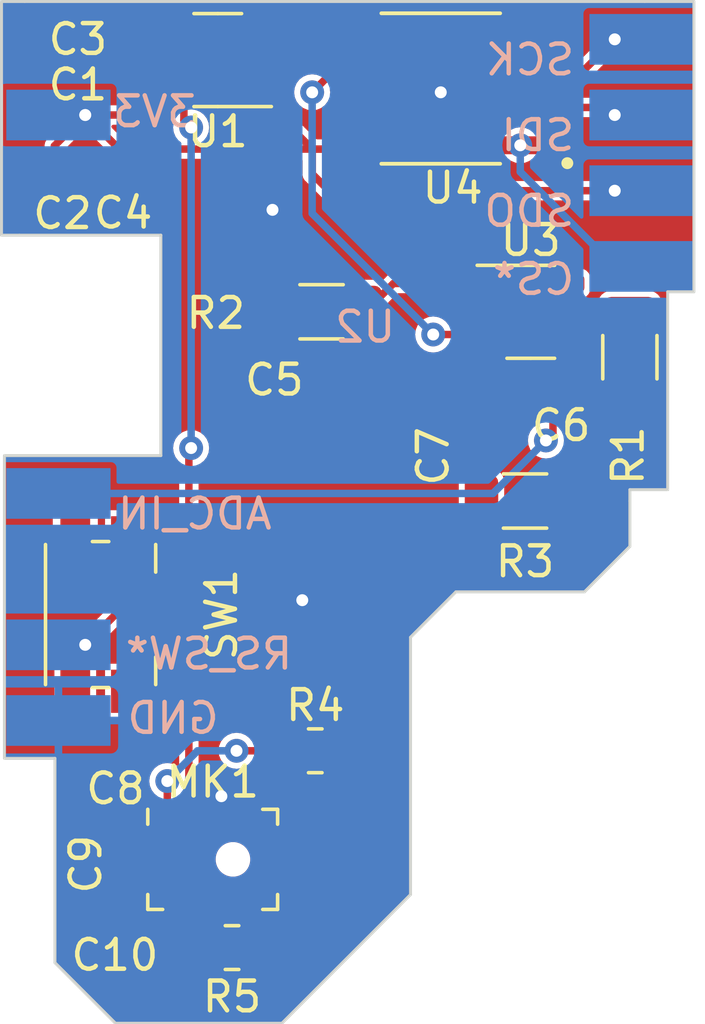
<source format=kicad_pcb>
(kicad_pcb (version 20221018) (generator pcbnew)
  (layers (0 "F.Cu" signal) (31 "B.Cu" signal) (34 "B.Paste" user) (35 "F.Paste" user) (36 "B.SilkS" user "B.Silkscreen") (37 "F.SilkS" user "F.Silkscreen") (38 "B.Mask" user) (39 "F.Mask" user) (44 "Edge.Cuts" user))
  (net 0 "")
  (net 1 "/3VCC")
  (net 2 "Earth")
  (net 3 "+3.3V")
  (net 4 "Net-(U3-+)")
  (net 5 "ADC")
  (net 6 "Net-(C6-Pad2)")
  (net 7 "/Vcm")
  (net 8 "Net-(MK1-OUT+)")
  (net 9 "Net-(MK1-OUT-)")
  (net 12 "SCK")
  (net 13 "SDI")
  (net 14 "SDO")
  (net 15 "CS*")
  (net 16 "Net-(U2-GPIO22)")
  (footprint "Package_TO_SOT_SMD:SOT-23-5" (layer "F.Cu") (at 180.823 29.972)
    (fp_text reference "U3" (at 0 -2.4) (layer "F.SilkS"))
    (fp_text value "LM321" hide)
    (fp_line (start 0 -1.56) (end -1.8 -1.56) (stroke (width 0.12)) (layer "F.SilkS"))
    (fp_line (start 0 -1.56) (end 0.8 -1.56) (stroke (width 0.12)) (layer "F.SilkS"))
    (fp_line (start 0 1.56) (end -0.8 1.56) (stroke (width 0.12)) (layer "F.SilkS"))
    (fp_line (start 0 1.56) (end 0.8 1.56) (stroke (width 0.12)) (layer "F.SilkS"))
    (pad "1" smd roundrect (at -1.1375 -0.95) (size 1.325 0.6) (layers "F.Cu" "F.Paste" "F.Mask") (net 4 "Net-(U3-+)"))
    (pad "2" smd roundrect (at -1.1375 0) (size 1.325 0.6) (layers "F.Cu" "F.Paste" "F.Mask") (net 2 "Earth"))
    (pad "3" smd roundrect (at -1.1375 0.95) (size 1.325 0.6) (layers "F.Cu" "F.Paste" "F.Mask") (net 7 "/Vcm"))
    (pad "4" smd roundrect (at 1.1375 0.95) (size 1.325 0.6) (layers "F.Cu" "F.Paste" "F.Mask") (net 6 "Net-(C6-Pad2)"))
    (pad "5" smd roundrect (at 1.1375 -0.95) (size 1.325 0.6) (layers "F.Cu" "F.Paste" "F.Mask") (net 3 "+3.3V"))
  )
  (footprint "Button_Switch_SMD:Panasonic_EVQPUK_EVQPUB" (layer "F.Cu") (at 166.378 40.132 -90)
    (fp_text reference "SW1" (at 0 -4.056 90) (layer "F.SilkS"))
    (fp_text value "SW_MEC_5G" hide)
    (fp_line (start -2.45 0.275) (end -2.45 -0.275) (stroke (width 0.12)) (layer "F.SilkS"))
    (fp_line (start -1.425 -1.85) (end -2.35 -1.85) (stroke (width 0.12)) (layer "F.SilkS"))
    (fp_line (start 2.35 -1.85) (end 1.425 -1.85) (stroke (width 0.12)) (layer "F.SilkS"))
    (fp_line (start 2.35 1.85) (end -2.35 1.85) (stroke (width 0.12)) (layer "F.SilkS"))
    (fp_line (start 2.45 0.275) (end 2.45 -0.275) (stroke (width 0.12)) (layer "F.SilkS"))
    (pad "1" smd rect (at -2.575 -0.85 90) (size 1.45 1) (layers "F.Cu" "F.Paste" "F.Mask") (net 16 "Net-(U2-GPIO22)"))
    (pad "1" smd rect (at 2.575 -0.85 90) (size 1.45 1) (layers "F.Cu" "F.Paste" "F.Mask") (net 16 "Net-(U2-GPIO22)"))
    (pad "2" smd rect (at -2.575 0.85 90) (size 1.45 1) (layers "F.Cu" "F.Paste" "F.Mask") (net 16 "Net-(U2-GPIO22)"))
    (pad "2" smd rect (at 2.575 0.85 90) (size 1.45 1) (layers "F.Cu" "F.Paste" "F.Mask") (net 16 "Net-(U2-GPIO22)"))
  )
  (footprint "Capacitor_SMD:C_01005_0402Metric" (layer "F.Cu") (at 166.878 48.51 90)
    (fp_text reference "C9" (at 0 -1 90) (layer "F.SilkS"))
    (fp_text value "C0402C101KCGACAUTO" hide)
    (pad "1" smd roundrect (at -0.25 0 90) (size 0.4 0.3) (layers "F.Cu" "F.Mask") (net 9 "Net-(MK1-OUT-)"))
    (pad "2" smd roundrect (at 0.25 0 90) (size 0.4 0.3) (layers "F.Cu" "F.Mask") (net 8 "Net-(MK1-OUT+)"))
  )
  (footprint "Package_TO_SOT_SMD:SOT-23-5" (layer "F.Cu") (at 170.3125 21.524 180)
    (fp_text reference "U1" (at 0 -2.4) (layer "F.SilkS"))
    (fp_text value "TLV71330PDBV" hide)
    (fp_line (start 0 -1.56) (end -1.8 -1.56) (stroke (width 0.12)) (layer "F.SilkS"))
    (fp_line (start 0 -1.56) (end 0.8 -1.56) (stroke (width 0.12)) (layer "F.SilkS"))
    (fp_line (start 0 1.56) (end -0.8 1.56) (stroke (width 0.12)) (layer "F.SilkS"))
    (fp_line (start 0 1.56) (end 0.8 1.56) (stroke (width 0.12)) (layer "F.SilkS"))
    (pad "1" smd roundrect (at -1.1375 -0.95 180) (size 1.325 0.6) (layers "F.Cu" "F.Paste" "F.Mask") (net 3 "+3.3V"))
    (pad "2" smd roundrect (at -1.1375 0 180) (size 1.325 0.6) (layers "F.Cu" "F.Paste" "F.Mask") (net 2 "Earth"))
    (pad "3" smd roundrect (at -1.1375 0.95 180) (size 1.325 0.6) (layers "F.Cu" "F.Paste" "F.Mask"))
    (pad "4" smd roundrect (at 1.1375 0.95 180) (size 1.325 0.6) (layers "F.Cu" "F.Paste" "F.Mask"))
    (pad "5" smd roundrect (at 1.1375 -0.95 180) (size 1.325 0.6) (layers "F.Cu" "F.Paste" "F.Mask") (net 1 "/3VCC"))
  )
  (footprint "added:SOIC127P599X175-8N" (layer "F.Cu") (at 177.8 22.479 180)
    (fp_text reference "U4" (at -0.4 -3.337) (layer "F.SilkS"))
    (fp_text value "MCP4152-104E_SN" hide)
    (fp_line (start -1.995 -2.525) (end 1.995 -2.525) (stroke (width 0.127)) (layer "F.SilkS"))
    (fp_line (start -1.995 2.525) (end 1.995 2.525) (stroke (width 0.127)) (layer "F.SilkS"))
    (fp_circle (center -4.25 -2.505) (end -4.15 -2.505) (stroke (width 0.2)) (fill none) (layer "F.SilkS"))
    (pad "1" smd roundrect (at -2.67 -1.905 180) (size 1.58 0.6) (layers "F.Cu" "F.Paste" "F.Mask") (roundrect_rratio 0.07) (net 15 "CS*"))
    (pad "2" smd roundrect (at -2.67 -0.635 180) (size 1.58 0.6) (layers "F.Cu" "F.Paste" "F.Mask") (roundrect_rratio 0.07) (net 13 "SDI"))
    (pad "3" smd roundrect (at -2.67 0.635 180) (size 1.58 0.6) (layers "F.Cu" "F.Paste" "F.Mask") (roundrect_rratio 0.07) (net 12 "SCK"))
    (pad "4" smd roundrect (at -2.67 1.905 180) (size 1.58 0.6) (layers "F.Cu" "F.Paste" "F.Mask") (roundrect_rratio 0.07) (net 2 "Earth"))
    (pad "5" smd roundrect (at 2.67 1.905 180) (size 1.58 0.6) (layers "F.Cu" "F.Paste" "F.Mask") (roundrect_rratio 0.07) (net 2 "Earth"))
    (pad "6" smd roundrect (at 2.67 0.635 180) (size 1.58 0.6) (layers "F.Cu" "F.Paste" "F.Mask") (roundrect_rratio 0.07) (net 7 "/Vcm"))
    (pad "7" smd roundrect (at 2.67 -0.635 180) (size 1.58 0.6) (layers "F.Cu" "F.Paste" "F.Mask") (roundrect_rratio 0.07) (net 14 "SDO"))
    (pad "8" smd roundrect (at 2.67 -1.905 180) (size 1.58 0.6) (layers "F.Cu" "F.Paste" "F.Mask") (roundrect_rratio 0.07) (net 3 "+3.3V"))
  )
  (footprint "Capacitor_SMD:C_01005_0402Metric" (layer "F.Cu") (at 173.969 32.258 180)
    (fp_text reference "C5" (at 1.757 0) (layer "F.SilkS"))
    (fp_text value ".1uF" hide)
    (pad "1" smd roundrect (at -0.25 0 180) (size 0.4 0.3) (layers "F.Cu" "F.Mask") (net 4 "Net-(U3-+)"))
    (pad "2" smd roundrect (at 0.25 0 180) (size 0.4 0.3) (layers "F.Cu" "F.Mask") (net 2 "Earth"))
  )
  (footprint "Resistor_SMD:R_0805_2012Metric" (layer "F.Cu") (at 173.5855 44.704 180)
    (fp_text reference "R4" (at 0 1.524) (layer "F.SilkS"))
    (fp_text value "25k" hide)
    (fp_line (start -0.227064 -0.735) (end 0.227064 -0.735) (stroke (width 0.12)) (layer "F.SilkS"))
    (fp_line (start -0.227064 0.735) (end 0.227064 0.735) (stroke (width 0.12)) (layer "F.SilkS"))
    (pad "1" smd roundrect (at -0.9125 0 180) (size 1.025 1.4) (layers "F.Cu" "F.Paste" "F.Mask") (roundrect_rratio 0.243902) (net 7 "/Vcm"))
    (pad "2" smd roundrect (at 0.9125 0 180) (size 1.025 1.4) (layers "F.Cu" "F.Paste" "F.Mask") (roundrect_rratio 0.243902) (net 8 "Net-(MK1-OUT+)"))
  )
  (footprint "Capacitor_SMD:C_01005_0402Metric" (layer "F.Cu") (at 166.882 46.99 180)
    (fp_text reference "C8" (at 0.004 1.016) (layer "F.SilkS"))
    (fp_text value "C0402C101KCGACAUTO" hide)
    (pad "1" smd roundrect (at -0.25 0 180) (size 0.4 0.3) (layers "F.Cu" "F.Mask") (net 8 "Net-(MK1-OUT+)"))
    (pad "2" smd roundrect (at 0.25 0 180) (size 0.4 0.3) (layers "F.Cu" "F.Mask") (net 2 "Earth"))
  )
  (footprint "Resistor_SMD:R_1206_3216Metric" (layer "F.Cu") (at 184.15 31.496 -90)
    (fp_text reference "R1" (at 3.302 0.0615 90) (layer "F.SilkS"))
    (fp_text value "10k" hide)
    (fp_line (start -0.727064 -0.91) (end 0.727064 -0.91) (stroke (width 0.12)) (layer "F.SilkS"))
    (fp_line (start -0.727064 0.91) (end 0.727064 0.91) (stroke (width 0.12)) (layer "F.SilkS"))
    (pad "1" smd roundrect (at -1.4625 0 270) (size 1.125 1.75) (layers "F.Cu" "F.Paste" "F.Mask") (roundrect_rratio 0.222222) (net 4 "Net-(U3-+)"))
    (pad "2" smd roundrect (at 1.4625 0 270) (size 1.125 1.75) (layers "F.Cu" "F.Paste" "F.Mask") (roundrect_rratio 0.222222) (net 6 "Net-(C6-Pad2)"))
  )
  (footprint "Capacitor_SMD:C_01005_0402Metric" (layer "F.Cu") (at 166.857 50.292)
    (fp_text reference "C10" (at 0 1.27) (layer "F.SilkS"))
    (fp_text value "C0402C101KCGACAUTO" hide)
    (pad "1" smd roundrect (at -0.25 0) (size 0.4 0.3) (layers "F.Cu" "F.Mask") (net 2 "Earth"))
    (pad "2" smd roundrect (at 0.25 0) (size 0.4 0.3) (layers "F.Cu" "F.Mask") (net 9 "Net-(MK1-OUT-)"))
  )
  (footprint "Resistor_SMD:R_0805_2012Metric" (layer "F.Cu") (at 170.7915 51.308 180)
    (fp_text reference "R5" (at 0 -1.65) (layer "F.SilkS"))
    (fp_text value "25k" hide)
    (fp_line (start -0.227064 -0.735) (end 0.227064 -0.735) (stroke (width 0.12)) (layer "F.SilkS"))
    (fp_line (start -0.227064 0.735) (end 0.227064 0.735) (stroke (width 0.12)) (layer "F.SilkS"))
    (pad "1" smd roundrect (at -0.9125 0 180) (size 1.025 1.4) (layers "F.Cu" "F.Paste" "F.Mask") (roundrect_rratio 0.243902) (net 7 "/Vcm"))
    (pad "2" smd roundrect (at 0.9125 0 180) (size 1.025 1.4) (layers "F.Cu" "F.Paste" "F.Mask") (roundrect_rratio 0.243902) (net 9 "Net-(MK1-OUT-)"))
  )
  (footprint "Capacitor_SMD:C_01005_0402Metric" (layer "F.Cu") (at 167.136 21.844 180)
    (fp_text reference "C1" (at 1.52 -0.508) (layer "F.SilkS"))
    (fp_text value ".1uF" hide)
    (pad "1" smd roundrect (at -0.25 0 180) (size 0.4 0.3) (layers "F.Cu" "F.Mask") (net 1 "/3VCC"))
    (pad "2" smd roundrect (at 0.25 0 180) (size 0.4 0.3) (layers "F.Cu" "F.Mask") (net 2 "Earth"))
  )
  (footprint "Capacitor_SMD:C_01005_0402Metric" (layer "F.Cu") (at 167.132 25.654 180)
    (fp_text reference "C4" (at 0 -1) (layer "F.SilkS"))
    (fp_text value "10 uF" hide)
    (pad "1" smd roundrect (at -0.25 0 180) (size 0.4 0.3) (layers "F.Cu" "F.Mask") (net 2 "Earth"))
    (pad "2" smd roundrect (at 0.25 0 180) (size 0.4 0.3) (layers "F.Cu" "F.Mask") (net 3 "+3.3V"))
  )
  (footprint "Capacitor_SMD:C_01005_0402Metric" (layer "F.Cu") (at 165.1 25.654)
    (fp_text reference "C2" (at 0 1.016) (layer "F.SilkS"))
    (fp_text value ".1uF" hide)
    (pad "1" smd roundrect (at -0.25 0) (size 0.4 0.3) (layers "F.Cu" "F.Mask") (net 3 "+3.3V"))
    (pad "2" smd roundrect (at 0.25 0) (size 0.4 0.3) (layers "F.Cu" "F.Mask") (net 2 "Earth"))
  )
  (footprint "Capacitor_SMD:C_01005_0402Metric" (layer "F.Cu") (at 167.136 21.082)
    (fp_text reference "C3" (at -1.52 -0.254) (layer "F.SilkS"))
    (fp_text value "10 uF" hide)
    (pad "1" smd roundrect (at -0.25 0) (size 0.4 0.3) (layers "F.Cu" "F.Mask") (net 2 "Earth"))
    (pad "2" smd roundrect (at 0.25 0) (size 0.4 0.3) (layers "F.Cu" "F.Mask") (net 1 "/3VCC"))
  )
  (footprint "Capacitor_SMD:C_01005_0402Metric" (layer "F.Cu") (at 181.843 32.766)
    (fp_text reference "C6" (at 0 1.02) (layer "F.SilkS"))
    (fp_text value "10 uF" hide)
    (pad "1" smd roundrect (at -0.25 0) (size 0.4 0.3) (layers "F.Cu" "F.Mask") (net 5 "ADC"))
    (pad "2" smd roundrect (at 0.25 0) (size 0.4 0.3) (layers "F.Cu" "F.Mask") (net 6 "Net-(C6-Pad2)"))
  )
  (footprint "Resistor_SMD:R_1206_3216Metric" (layer "F.Cu") (at 180.6305 36.322)
    (fp_text reference "R3" (at 0 2.032) (layer "F.SilkS"))
    (fp_text value "10k" hide)
    (fp_line (start -0.727064 -0.91) (end 0.727064 -0.91) (stroke (width 0.12)) (layer "F.SilkS"))
    (fp_line (start -0.727064 0.91) (end 0.727064 0.91) (stroke (width 0.12)) (layer "F.SilkS"))
    (pad "1" smd roundrect (at -1.4625 0) (size 1.125 1.75) (layers "F.Cu" "F.Paste" "F.Mask") (roundrect_rratio 0.222222) (net 7 "/Vcm"))
    (pad "2" smd roundrect (at 1.4625 0) (size 1.125 1.75) (layers "F.Cu" "F.Paste" "F.Mask") (roundrect_rratio 0.222222) (net 6 "Net-(C6-Pad2)"))
  )
  (footprint "Sensor_Audio:Infineon_PG-LLGA-5-2" (layer "F.Cu") (at 170.142 48.348)
    (fp_text reference "MK1" (at 0 -2.6) (layer "F.SilkS"))
    (fp_text value "IM73A135V01" hide)
    (fp_line (start -2.18 -1.18) (end -2.18 -1.68) (stroke (width 0.12)) (layer "F.SilkS"))
    (fp_line (start -2.18 1.68) (end -2.18 1.18) (stroke (width 0.12)) (layer "F.SilkS"))
    (fp_line (start -2.18 1.68) (end -1.68 1.68) (stroke (width 0.12)) (layer "F.SilkS"))
    (fp_line (start 1.68 -1.68) (end 2.18 -1.68) (stroke (width 0.12)) (layer "F.SilkS"))
    (fp_line (start 1.68 1.68) (end 2.18 1.68) (stroke (width 0.12)) (layer "F.SilkS"))
    (fp_line (start 2.18 -1.68) (end 2.18 -1.18) (stroke (width 0.12)) (layer "F.SilkS"))
    (fp_line (start 2.18 1.18) (end 2.18 1.68) (stroke (width 0.12)) (layer "F.SilkS"))
    (pad "" np_thru_hole circle (at 0.68 0 90) (size 0.8 0.8) (drill 0.8) (layers "F&B.Cu" "*.Mask"))
    (pad "1" smd roundrect (at -1.5 -0.85 270) (size 0.75 0.45) (layers "F.Cu" "F.Mask") (net 8 "Net-(MK1-OUT+)"))
    (pad "2" smd roundrect (at -0.8 -0.85 270) (size 0.75 0.45) (layers "F.Cu" "F.Mask") (net 1 "/3VCC"))
    (pad "3" smd roundrect (at -1.5 0.85 270) (size 0.75 0.45) (layers "F.Cu" "F.Mask") (net 9 "Net-(MK1-OUT-)"))
    (pad "4" smd roundrect (at -0.8 0.85 270) (size 0.75 0.45) (layers "F.Cu" "F.Mask") (net 2 "Earth"))
    (pad "5" smd custom (at -0.13 0 270) (size 0.46 0.46) (layers "F.Cu" "F.Mask") (net 2 "Earth") (options (clearance outline) (anchor circle)) (primitives (gr_circle (center 0 -0.81) (end 0.81 -0.81) (width 0.46) (fill none))))
  )
  (footprint "Capacitor_SMD:C_01005_0402Metric" (layer "F.Cu") (at 177.521 33.041 -90)
    (fp_text reference "C7" (at 1.778 -0.021 90) (layer "F.SilkS"))
    (fp_text value ".1uF" hide)
    (pad "1" smd roundrect (at -0.25 0 270) (size 0.4 0.3) (layers "F.Cu" "F.Mask") (net 7 "/Vcm"))
    (pad "2" smd roundrect (at 0.25 0 270) (size 0.4 0.3) (layers "F.Cu" "F.Mask") (net 2 "Earth"))
  )
  (footprint "Resistor_SMD:R_1206_3216Metric" (layer "F.Cu") (at 173.7975 29.972)
    (fp_text reference "R2" (at -3.5505 0.048) (layer "F.SilkS"))
    (fp_text value "10k" hide)
    (fp_line (start -0.727064 -0.91) (end 0.727064 -0.91) (stroke (width 0.12)) (layer "F.SilkS"))
    (fp_line (start -0.727064 0.91) (end 0.727064 0.91) (stroke (width 0.12)) (layer "F.SilkS"))
    (pad "1" smd roundrect (at -1.4625 0) (size 1.125 1.75) (layers "F.Cu" "F.Paste" "F.Mask") (roundrect_rratio 0.222222) (net 2 "Earth"))
    (pad "2" smd roundrect (at 1.4625 0) (size 1.125 1.75) (layers "F.Cu" "F.Paste" "F.Mask") (roundrect_rratio 0.222222) (net 4 "Net-(U3-+)"))
  )
  (footprint "boards:RPi_Pico_SMD_TH_MOD" (layer "B.Cu") (at 186.436 44.704 180)
    (fp_text reference "U2" (at 11.176 14.224) (layer "B.SilkS") (effects (justify mirror)))
    (fp_text value "Pico")
    (fp_text user "CS*" (at 4.064 15.24 unlocked) (layer "B.SilkS") (effects (justify left bottom mirror)))
    (fp_text user "GND" (at 16.002 0.508 unlocked) (layer "B.SilkS") (effects (justify left bottom mirror)))
    (fp_text user "RS_SW*" (at 19.304 2.666 unlocked) (layer "B.SilkS") (effects (justify right bottom mirror)))
    (fp_text user "3V3" (at 16.764 20.866 unlocked) (layer "B.SilkS") (effects (justify left bottom mirror)))
    (fp_text user "SDO" (at 4.064 17.526 unlocked) (layer "B.SilkS") (effects (justify left bottom mirror)))
    (fp_text user "SCK" (at 4.064 22.606 unlocked) (layer "B.SilkS") (effects (justify left bottom mirror)))
    (fp_text user "SDI" (at 4.064 20.066 unlocked) (layer "B.SilkS") (effects (justify left bottom mirror)))
    (fp_text user "ADC_IN" (at 14.224 7.366 unlocked) (layer "B.SilkS") (effects (justify left bottom mirror)))
    (pad "4" smd rect (at 2.794 23.876 180) (size 3.5 1.7) (drill (offset -0.9 0)) (layers "B.Cu" "B.Mask") (net 12 "SCK"))
    (pad "5" smd rect (at 2.794 21.336 180) (size 3.5 1.7) (drill (offset -0.9 0)) (layers "B.Cu" "B.Mask") (net 13 "SDI"))
    (pad "6" smd rect (at 2.794 18.796 180) (size 3.5 1.7) (drill (offset -0.9 0)) (layers "B.Cu" "B.Mask") (net 14 "SDO"))
    (pad "7" smd rect (at 2.794 16.256 180) (size 3.5 1.7) (drill (offset -0.9 0)) (layers "B.Cu" "B.Mask") (net 15 "CS*"))
    (pad "28" smd rect (at 20.574 1.016 180) (size 3.5 1.7) (drill (offset 0.9 0)) (layers "B.Cu" "B.Mask") (net 2 "Earth"))
    (pad "29" smd rect (at 20.574 3.556 180) (size 3.5 1.7) (drill (offset 0.9 0)) (layers "B.Cu" "B.Mask") (net 16 "Net-(U2-GPIO22)"))
    (pad "31" smd rect (at 20.574 8.636 180) (size 3.5 1.7) (drill (offset 0.9 0)) (layers "B.Cu" "B.Mask") (net 5 "ADC"))
    (pad "36" smd rect (at 20.574 21.336 180) (size 3.5 1.7) (drill (offset 0.9 0)) (layers "B.Cu" "B.Mask") (net 3 "+3.3V"))
  )
  (gr_line (start 185.42 29.3) (end 185.42 35.941) (stroke (width 0.1)) (layer "Edge.Cuts"))
  (gr_line (start 178.308 39.37) (end 182.626 39.37) (stroke (width 0.1)) (layer "Edge.Cuts"))
  (gr_line (start 163.05 27.4) (end 163.65 27.4) (stroke (width 0.1)) (layer "Edge.Cuts"))
  (gr_line (start 172.466 53.848) (end 176.784 49.53) (stroke (width 0.1)) (layer "Edge.Cuts"))
  (gr_line (start 176.784 40.894) (end 178.308 39.37) (stroke (width 0.1)) (layer "Edge.Cuts"))
  (gr_line (start 182.626 39.37) (end 184.15 37.846) (stroke (width 0.1)) (layer "Edge.Cuts"))
  (gr_line (start 164.846 51.816) (end 166.878 53.848) (stroke (width 0.1)) (layer "Edge.Cuts"))
  (gr_line (start 186.3 19.558) (end 186.3 29.3) (stroke (width 0.1)) (layer "Edge.Cuts"))
  (gr_line (start 163.65 27.4) (end 168.402 27.4) (stroke (width 0.1)) (layer "Edge.Cuts"))
  (gr_line (start 164.846 44.958) (end 164.846 51.816) (stroke (width 0.1)) (layer "Edge.Cuts"))
  (gr_line (start 163.15 44.958) (end 164.846 44.958) (stroke (width 0.1)) (layer "Edge.Cuts"))
  (gr_line (start 184.15 37.846) (end 184.15 36.322) (stroke (width 0.1)) (layer "Edge.Cuts"))
  (gr_line (start 163.05 19.558) (end 163.05 27.4) (stroke (width 0.1)) (layer "Edge.Cuts"))
  (gr_line (start 168.402 34.798) (end 163.15 34.798) (stroke (width 0.1)) (layer "Edge.Cuts"))
  (gr_line (start 184.65 19.558) (end 163.83 19.558) (stroke (width 0.1)) (layer "Edge.Cuts"))
  (gr_line (start 163.15 34.8) (end 163.15 44.95) (stroke (width 0.1)) (layer "Edge.Cuts"))
  (gr_line (start 168.402 34.798) (end 168.402 27.4) (stroke (width 0.1)) (layer "Edge.Cuts"))
  (gr_line (start 184.15 35.941) (end 185.42 35.941) (stroke (width 0.1)) (layer "Edge.Cuts"))
  (gr_line (start 185.42 29.3) (end 186.3 29.3) (stroke (width 0.1)) (layer "Edge.Cuts"))
  (gr_line (start 166.878 53.848) (end 172.466 53.848) (stroke (width 0.1)) (layer "Edge.Cuts"))
  (gr_line (start 184.65 19.558) (end 186.3 19.558) (stroke (width 0.1)) (layer "Edge.Cuts"))
  (gr_line (start 176.784 49.53) (end 176.784 40.894) (stroke (width 0.1)) (layer "Edge.Cuts"))
  (gr_line (start 163.83 19.558) (end 163.05 19.558) (stroke (width 0.1)) (layer "Edge.Cuts"))
  (gr_line (start 184.15 35.941) (end 184.15 36.322) (stroke (width 0.1)) (layer "Edge.Cuts"))
  (segment (start 169.175 22.474) (end 167.783 21.082) (width 0.25) (layer "F.Cu") (net 1))
  (segment (start 168.041 22.474) (end 167.411 21.844) (width 0.25) (layer "F.Cu") (net 1))
  (segment (start 167.783 21.082) (end 167.411 21.082) (width 0.25) (layer "F.Cu") (net 1))
  (segment (start 169.175 23.5435) (end 169.175 22.474) (width 0.25) (layer "F.Cu") (net 1))
  (segment (start 169.418 34.544) (end 169.342 34.62) (width 0.25) (layer "F.Cu") (net 1))
  (segment (start 169.418 23.7865) (end 169.175 23.5435) (width 0.25) (layer "F.Cu") (net 1))
  (segment (start 169.175 22.474) (end 168.041 22.474) (width 0.25) (layer "F.Cu") (net 1))
  (segment (start 169.342 34.62) (end 169.342 47.498) (width 0.25) (layer "F.Cu") (net 1))
  (via (at 169.418 23.7865) (size 0.8) (drill 0.4) (layers "F.Cu" "B.Cu") (net 1))
  (via (at 169.418 34.544) (size 0.8) (drill 0.4) (layers "F.Cu" "B.Cu") (net 1))
  (segment (start 169.418 23.7865) (end 169.418 34.544) (width 0.25) (layer "B.Cu") (net 1))
  (segment (start 170.012 48.348) (end 170.012 46.65) (width 0.25) (layer "F.Cu") (net 2))
  (segment (start 170.012 46.65) (end 170.434 46.228) (width 0.25) (layer "F.Cu") (net 2))
  (via (at 172.15 26.55) (size 0.8) (drill 0.4) (layers "F.Cu" "B.Cu") (net 2))
  (via (at 177.8 22.606) (size 0.8) (drill 0.4) (layers "F.Cu" "B.Cu") (net 2))
  (via (at 173.15 39.65) (size 0.8) (drill 0.4) (layers "F.Cu" "B.Cu") (net 2))
  (via (at 170.434 46.228) (size 0.8) (drill 0.4) (layers "F.Cu" "B.Cu") (net 2))
  (segment (start 175.13 24.511) (end 168.529 24.511) (width 0.25) (layer "F.Cu") (net 3))
  (segment (start 165.862 23.368) (end 166.857 24.363) (width 0.25) (layer "F.Cu") (net 3))
  (segment (start 173.487 24.511) (end 173.487 25.3495) (width 0.25) (layer "F.Cu") (net 3))
  (segment (start 176.5345 28.397) (end 181.3355 28.397) (width 0.25) (layer "F.Cu") (net 3))
  (segment (start 168.529 24.511) (end 167.386 23.368) (width 0.25) (layer "F.Cu") (net 3))
  (segment (start 164.825 24.405) (end 164.825 25.654) (width 0.25) (layer "F.Cu") (net 3))
  (segment (start 167.386 23.368) (end 165.862 23.368) (width 0.25) (layer "F.Cu") (net 3))
  (segment (start 165.862 23.368) (end 164.825 24.405) (width 0.25) (layer "F.Cu") (net 3))
  (segment (start 173.487 24.511) (end 171.45 22.474) (width 0.25) (layer "F.Cu") (net 3))
  (segment (start 165.862 23.368) (end 165.852236 23.368) (width 0.25) (layer "F.Cu") (net 3))
  (segment (start 181.3355 28.397) (end 181.9605 29.022) (width 0.25) (layer "F.Cu") (net 3))
  (segment (start 175.13 24.511) (end 173.487 24.511) (width 0.25) (layer "F.Cu") (net 3))
  (segment (start 166.857 24.363) (end 166.857 25.654) (width 0.25) (layer "F.Cu") (net 3))
  (segment (start 173.487 25.3495) (end 176.5345 28.397) (width 0.25) (layer "F.Cu") (net 3))
  (via (at 165.862 23.368) (size 0.8) (drill 0.4) (layers "F.Cu" "B.Cu") (net 3))
  (via (at 165.862 23.368) (size 0.8) (drill 0.4) (layers "F.Cu" "B.Cu") (net 3))
  (segment (start 175.26 31.242) (end 174.244 32.258) (width 0.25) (layer "F.Cu") (net 4))
  (segment (start 175.26 29.972) (end 176.21 29.022) (width 0.25) (layer "F.Cu") (net 4))
  (segment (start 179.6855 29.022) (end 180.622092 29.022) (width 0.25) (layer "F.Cu") (net 4))
  (segment (start 180.622092 29.022) (end 181.633592 30.0335) (width 0.25) (layer "F.Cu") (net 4))
  (segment (start 176.21 29.022) (end 179.6855 29.022) (width 0.25) (layer "F.Cu") (net 4))
  (segment (start 175.26 29.972) (end 175.26 31.242) (width 0.25) (layer "F.Cu") (net 4))
  (segment (start 181.633592 30.0335) (end 184.15 30.0335) (width 0.25) (layer "F.Cu") (net 4))
  (segment (start 181.331 34.29) (end 181.568 34.053) (width 0.25) (layer "F.Cu") (net 5))
  (segment (start 181.568 34.053) (end 181.568 32.766) (width 0.25) (layer "F.Cu") (net 5))
  (via (at 181.331 34.29) (size 0.8) (drill 0.4) (layers "F.Cu" "B.Cu") (net 5))
  (segment (start 179.553 36.068) (end 181.331 34.29) (width 0.25) (layer "B.Cu") (net 5))
  (segment (start 165.862 36.068) (end 179.553 36.068) (width 0.25) (layer "B.Cu") (net 5))
  (segment (start 184.15 32.9585) (end 183.997 32.9585) (width 0.25) (layer "F.Cu") (net 6))
  (segment (start 182.093 36.322) (end 182.118 36.297) (width 0.25) (layer "F.Cu") (net 6))
  (segment (start 182.118 31.0795) (end 181.9605 30.922) (width 0.25) (layer "F.Cu") (net 6))
  (segment (start 182.118 36.297) (end 182.118 31.0795) (width 0.25) (layer "F.Cu") (net 6))
  (segment (start 183.997 32.9585) (end 181.9605 30.922) (width 0.25) (layer "F.Cu") (net 6))
  (segment (start 179.168 36.322) (end 179.168 31.4395) (width 0.25) (layer "F.Cu") (net 7))
  (segment (start 174.498 40.992) (end 179.168 36.322) (width 0.25) (layer "F.Cu") (net 7))
  (segment (start 179.168 31.4395) (end 179.6855 30.922) (width 0.25) (layer "F.Cu") (net 7))
  (segment (start 175.13 21.844) (end 174.244 21.844) (width 0.25) (layer "F.Cu") (net 7))
  (segment (start 179.168 31.4395) (end 177.8415 32.766) (width 0.25) (layer "F.Cu") (net 7))
  (segment (start 171.704 51.308) (end 174.498 48.514) (width 0.25) (layer "F.Cu") (net 7))
  (segment (start 174.498 48.514) (end 174.498 44.704) (width 0.25) (layer "F.Cu") (net 7))
  (segment (start 174.244 21.844) (end 173.482 22.606) (width 0.25) (layer "F.Cu") (net 7))
  (segment (start 177.8415 32.766) (end 177.521 32.766) (width 0.25) (layer "F.Cu") (net 7))
  (segment (start 174.498 44.704) (end 174.498 40.992) (width 0.25) (layer "F.Cu") (net 7))
  (segment (start 179.4975 30.734) (end 179.6855 30.922) (width 0.25) (layer "F.Cu") (net 7))
  (segment (start 177.546 30.734) (end 179.4975 30.734) (width 0.25) (layer "F.Cu") (net 7))
  (via (at 173.482 22.606) (size 0.8) (drill 0.4) (layers "F.Cu" "B.Cu") (net 7))
  (via (at 177.546 30.734) (size 0.8) (drill 0.4) (layers "F.Cu" "B.Cu") (net 7))
  (segment (start 173.482 26.67) (end 177.546 30.734) (width 0.25) (layer "B.Cu") (net 7))
  (segment (start 173.482 22.606) (end 173.482 26.67) (width 0.25) (layer "B.Cu") (net 7))
  (segment (start 168.642 47.498) (end 167.905 48.235) (width 0.25) (layer "F.Cu") (net 8))
  (segment (start 168.6175 45.72) (end 168.6175 47.4735) (width 0.25) (layer "F.Cu") (net 8))
  (segment (start 167.905 48.235) (end 166.878 48.235) (width 0.25) (layer "F.Cu") (net 8))
  (segment (start 168.642 47.498) (end 168.134 46.99) (width 0.25) (layer "F.Cu") (net 8))
  (segment (start 168.6175 47.4735) (end 168.642 47.498) (width 0.25) (layer "F.Cu") (net 8))
  (segment (start 172.673 44.704) (end 170.942 44.704) (width 0.25) (layer "F.Cu") (net 8))
  (segment (start 168.134 46.99) (end 167.157 46.99) (width 0.25) (layer "F.Cu") (net 8))
  (via (at 168.6175 45.72) (size 0.8) (drill 0.4) (layers "F.Cu" "B.Cu") (net 8))
  (via (at 170.942 44.704) (size 0.8) (drill 0.4) (layers "F.Cu" "B.Cu") (net 8))
  (segment (start 170.942 44.704) (end 169.6335 44.704) (width 0.25) (layer "B.Cu") (net 8))
  (segment (start 169.6335 44.704) (end 168.6175 45.72) (width 0.25) (layer "B.Cu") (net 8))
  (segment (start 167.548 50.292) (end 167.132 50.292) (width 0.25) (layer "F.Cu") (net 9))
  (segment (start 168.642 49.198) (end 167.548 50.292) (width 0.25) (layer "F.Cu") (net 9))
  (segment (start 168.229 48.785) (end 166.878 48.785) (width 0.25) (layer "F.Cu") (net 9))
  (segment (start 168.642 50.071) (end 169.879 51.308) (width 0.25) (layer "F.Cu") (net 9))
  (segment (start 168.642 49.198) (end 168.229 48.785) (width 0.25) (layer "F.Cu") (net 9))
  (segment (start 168.642 49.198) (end 168.642 50.071) (width 0.25) (layer "F.Cu") (net 9))
  (segment (start 182.626 21.844) (end 180.47 21.844) (width 0.25) (layer "F.Cu") (net 12))
  (segment (start 183.642 20.828) (end 182.626 21.844) (width 0.25) (layer "F.Cu") (net 12))
  (via (at 183.642 20.828) (size 0.8) (drill 0.4) (layers "F.Cu" "B.Cu") (net 12))
  (segment (start 180.47 23.114) (end 183.388 23.114) (width 0.25) (layer "F.Cu") (net 13))
  (segment (start 183.388 23.114) (end 183.642 23.368) (width 0.25) (layer "F.Cu") (net 13))
  (via (at 183.642 23.368) (size 0.8) (drill 0.4) (layers "F.Cu" "B.Cu") (net 13))
  (segment (start 178.586999 25.908) (end 183.642 25.908) (width 0.25) (layer "F.Cu") (net 14))
  (segment (start 175.919999 23.241) (end 178.586999 25.908) (width 0.25) (layer "F.Cu") (net 14))
  (segment (start 175.13 23.241) (end 175.919999 23.241) (width 0.25) (layer "F.Cu") (net 14))
  (via (at 183.642 25.908) (size 0.8) (drill 0.4) (layers "F.Cu" "B.Cu") (net 14))
  (via (at 180.47 24.384) (size 0.8) (drill 0.4) (layers "F.Cu" "B.Cu") (net 15))
  (segment (start 180.47 25.276) (end 180.47 24.384) (width 0.25) (layer "B.Cu") (net 15))
  (segment (start 183.642 28.448) (end 180.47 25.276) (width 0.25) (layer "B.Cu") (net 15))
  (segment (start 167.228 39.782) (end 167.228 37.557) (width 0.25) (layer "F.Cu") (net 16))
  (segment (start 165.862 41.148) (end 167.228 39.782) (width 0.25) (layer "F.Cu") (net 16))
  (via (at 165.862 41.148) (size 0.8) (drill 0.4) (layers "F.Cu" "B.Cu") (net 16))
  (zone (net 2) (net_name "Earth") (layer "F.Cu") (priority 1) (connect_pads (clearance 0.128)) (min_thickness 0.128) (fill yes (thermal_gap 0.256) (thermal_bridge_width 0.256))
    (polygon (pts (xy 163.1 19.55) (xy 186.3 19.55) (xy 186.3 29.3) (xy 185.4 29.3) (xy 185.4 35.95) (xy 184.15 35.95) (xy 184.15 37.85) (xy 182.6 39.4) (xy 178.3 39.4) (xy 176.8 40.9) (xy 176.8 49.5) (xy 172.45 53.85) (xy 166.85 53.85) (xy 164.85 51.85) (xy 164.85 45) (xy 163.15 45) (xy 163.15 34.8) (xy 168.4 34.8) (xy 168.4 27.45) (xy 168.35 27.4) (xy 163.1 27.4)))
  )
  (zone (net 2) (net_name "Earth") (layer "B.Cu") (connect_pads (clearance 0.128)) (min_thickness 0.128) (fill yes (thermal_gap 0.256) (thermal_bridge_width 0.256))
    (polygon (pts (xy 186.3 19.55) (xy 163.05 19.55) (xy 163.05 27.45) (xy 168.4 27.45) (xy 168.4 34.8) (xy 163.15 34.8) (xy 163.15 44.95) (xy 164.85 44.95) (xy 164.85 51.8) (xy 166.9 53.85) (xy 172.45 53.85) (xy 176.8 49.5) (xy 176.8 40.85) (xy 178.3 39.35) (xy 182.65 39.35) (xy 184.15 37.85) (xy 184.15 35.95) (xy 185.4 35.95) (xy 185.4 29.3) (xy 186.3 29.3)))
  )
)
</source>
